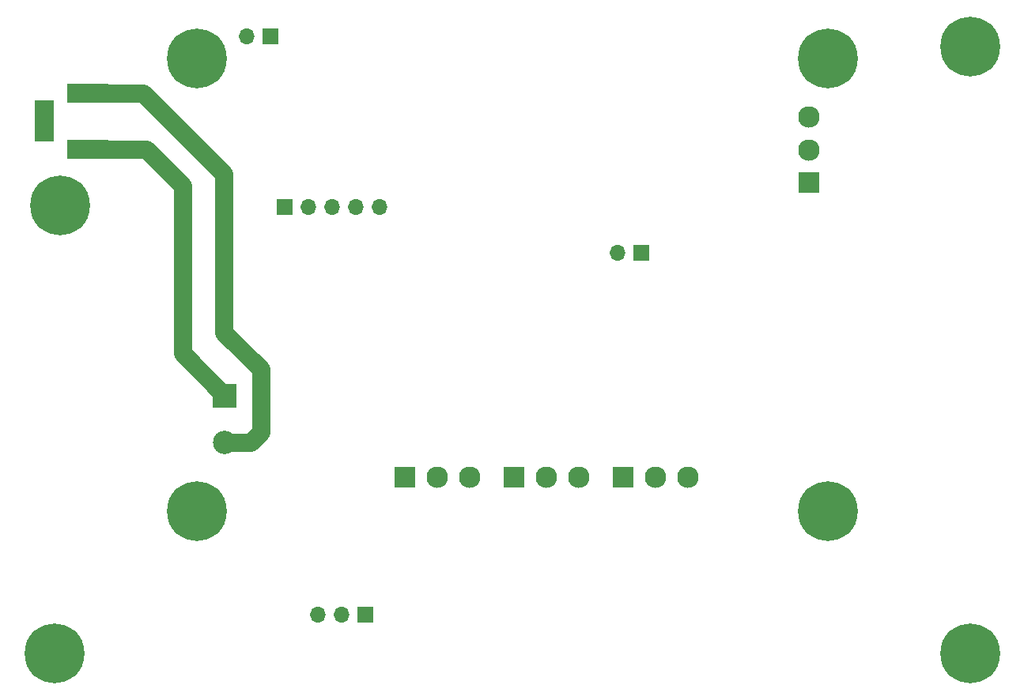
<source format=gbl>
G04 #@! TF.GenerationSoftware,KiCad,Pcbnew,6.0.2+dfsg-1*
G04 #@! TF.CreationDate,2023-06-22T08:15:56-06:00*
G04 #@! TF.ProjectId,ckt-soundplay-test,636b742d-736f-4756-9e64-706c61792d74,rev?*
G04 #@! TF.SameCoordinates,Original*
G04 #@! TF.FileFunction,Copper,L2,Bot*
G04 #@! TF.FilePolarity,Positive*
%FSLAX46Y46*%
G04 Gerber Fmt 4.6, Leading zero omitted, Abs format (unit mm)*
G04 Created by KiCad (PCBNEW 6.0.2+dfsg-1) date 2023-06-22 08:15:56*
%MOMM*%
%LPD*%
G01*
G04 APERTURE LIST*
G04 #@! TA.AperFunction,ComponentPad*
%ADD10R,2.500000X2.500000*%
G04 #@! TD*
G04 #@! TA.AperFunction,ComponentPad*
%ADD11C,2.500000*%
G04 #@! TD*
G04 #@! TA.AperFunction,ComponentPad*
%ADD12R,2.300000X2.300000*%
G04 #@! TD*
G04 #@! TA.AperFunction,ComponentPad*
%ADD13C,2.300000*%
G04 #@! TD*
G04 #@! TA.AperFunction,ComponentPad*
%ADD14C,6.400000*%
G04 #@! TD*
G04 #@! TA.AperFunction,ComponentPad*
%ADD15R,1.700000X1.700000*%
G04 #@! TD*
G04 #@! TA.AperFunction,ComponentPad*
%ADD16O,1.700000X1.700000*%
G04 #@! TD*
G04 #@! TA.AperFunction,ComponentPad*
%ADD17R,4.500000X2.000000*%
G04 #@! TD*
G04 #@! TA.AperFunction,ComponentPad*
%ADD18R,2.000000X4.500000*%
G04 #@! TD*
G04 #@! TA.AperFunction,Conductor*
%ADD19C,1.905000*%
G04 #@! TD*
G04 APERTURE END LIST*
D10*
X108920000Y-84876000D03*
D11*
X108920000Y-89876000D03*
D12*
X128199000Y-93657000D03*
D13*
X131699000Y-93657000D03*
X135199000Y-93657000D03*
D14*
X173482000Y-97282000D03*
X90678000Y-112522000D03*
X173482000Y-48768000D03*
D15*
X123952000Y-108331000D03*
D16*
X121412000Y-108331000D03*
X118872000Y-108331000D03*
D12*
X139883000Y-93657000D03*
D13*
X143383000Y-93657000D03*
X146883000Y-93657000D03*
D12*
X171508000Y-62047000D03*
D13*
X171508000Y-58547000D03*
X171508000Y-55047000D03*
D14*
X188722000Y-112522000D03*
D15*
X113797000Y-46355000D03*
D16*
X111257000Y-46355000D03*
D15*
X153548000Y-69596000D03*
D16*
X151008000Y-69596000D03*
D14*
X91313000Y-64516000D03*
X105918000Y-97282000D03*
X105918000Y-48768000D03*
D17*
X94276000Y-58470000D03*
X94276000Y-52470000D03*
D18*
X89576000Y-55470000D03*
D14*
X188722000Y-47498000D03*
D12*
X151567000Y-93657000D03*
D13*
X155067000Y-93657000D03*
X158567000Y-93657000D03*
D15*
X115316000Y-64643000D03*
D16*
X117856000Y-64643000D03*
X120396000Y-64643000D03*
X122936000Y-64643000D03*
X125476000Y-64643000D03*
D19*
X104394000Y-80350000D02*
X108920000Y-84876000D01*
X100507000Y-58470000D02*
X104394000Y-62357000D01*
X104394000Y-62357000D02*
X104394000Y-80350000D01*
X94276000Y-58470000D02*
X100507000Y-58470000D01*
X112776000Y-88773000D02*
X111673000Y-89876000D01*
X111673000Y-89876000D02*
X108920000Y-89876000D01*
X108839000Y-61087000D02*
X108839000Y-78105000D01*
X100222000Y-52470000D02*
X108839000Y-61087000D01*
X94276000Y-52470000D02*
X100222000Y-52470000D01*
X108839000Y-78105000D02*
X112776000Y-82042000D01*
X112776000Y-82042000D02*
X112776000Y-88773000D01*
M02*

</source>
